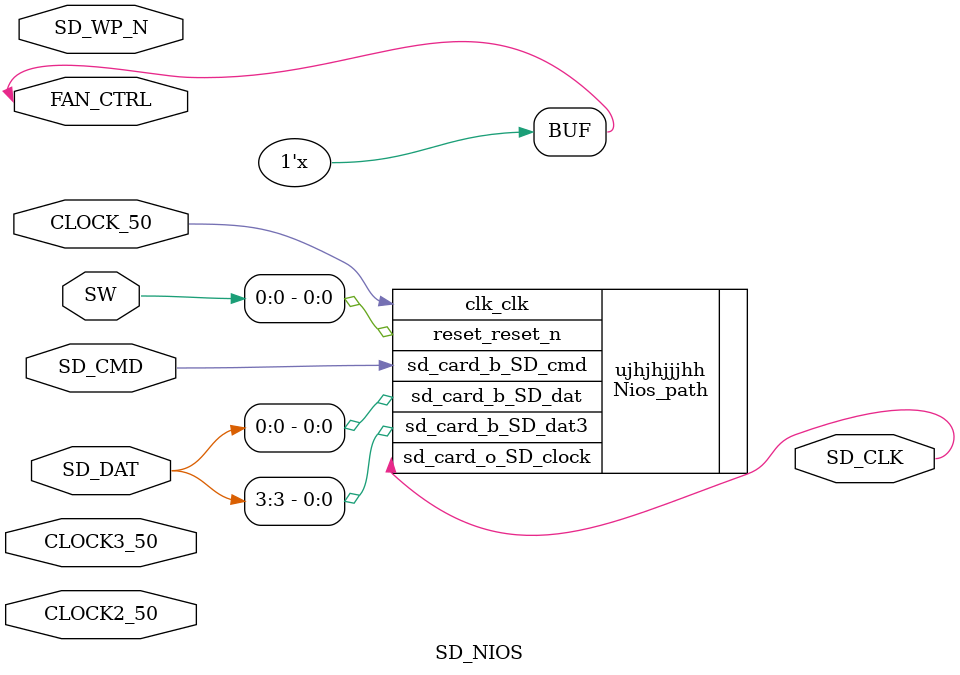
<source format=v>


module SD_NIOS(

	//////////// CLOCK //////////
	CLOCK_50, 	// BANK 4
	CLOCK2_50, 	// BANK 7
	CLOCK3_50, 	// BANK 3A

	//////////// SW //////////
	SW,

	//////////// SDCARD //////////
	SD_CLK,
	SD_CMD,
	SD_DAT,
	SD_WP_N,

	//////////// Fan Control //////////
	FAN_CTRL 
);

//=======================================================
//  PARAMETER declarations
//=======================================================


//=======================================================
//  PORT declarations
//=======================================================

//////////// CLOCK //////////
input 		          		CLOCK_50;
input 		          		CLOCK2_50;
input 		          		CLOCK3_50;


//////////// SW //////////
input 		    [17:0]		SW;

//////////// SDCARD //////////
output		          		SD_CLK;
inout 		          		SD_CMD;
inout 		     [3:0]		SD_DAT;
input 		          		SD_WP_N;
//inout                      SD_DAT3;
//inout                      SD_DAT;

//////////// Fan Control //////////
inout 		          		FAN_CTRL;


//=======================================================
//  REG/WIRE declarations
//=======================================================

Nios_path ujhjhjjjhh (
	  .clk_clk            (CLOCK_50),        //        clk.clk
	  .reset_reset_n      (SW[0]),           //   	   reset.reset_n
	  .sd_card_b_SD_cmd   (SD_CMD),          //        sd_card.b_SD_cmd
	  .sd_card_b_SD_dat   (SD_DAT[0]),   	 	  //        .b_SD_dat
	  .sd_card_b_SD_dat3  (SD_DAT[3]),       	  //        .b_SD_dat3
	  .sd_card_o_SD_clock (SD_CLK)           //        .o_SD_clock
 );




//=======================================================
//  Structural coding
//=======================================================



	//////////// FAN Control //////////
assign FAN_CTRL = 1'bz; // turn on FAN



endmodule



</source>
